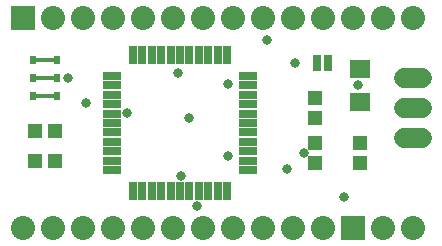
<source format=gts>
G75*
%MOIN*%
%OFA0B0*%
%FSLAX25Y25*%
%IPPOS*%
%LPD*%
%AMOC8*
5,1,8,0,0,1.08239X$1,22.5*
%
%ADD10R,0.06899X0.06112*%
%ADD11R,0.01969X0.03150*%
%ADD12R,0.06299X0.01575*%
%ADD13R,0.06400X0.02600*%
%ADD14R,0.02600X0.06400*%
%ADD15R,0.04931X0.04537*%
%ADD16R,0.04537X0.04931*%
%ADD17R,0.03100X0.05600*%
%ADD18C,0.06600*%
%ADD19R,0.08000X0.08000*%
%ADD20C,0.08000*%
%ADD21C,0.03300*%
D10*
X0118500Y0047988D03*
X0118500Y0059012D03*
D11*
X0017634Y0061906D03*
X0009366Y0061906D03*
X0009366Y0056000D03*
X0017634Y0056000D03*
X0017634Y0050094D03*
X0009366Y0050094D03*
D12*
X0013500Y0050094D03*
X0013500Y0056000D03*
X0013500Y0061906D03*
D13*
X0035900Y0056700D03*
X0035900Y0053600D03*
X0035900Y0050400D03*
X0035900Y0047300D03*
X0035900Y0044100D03*
X0035900Y0041000D03*
X0035900Y0037900D03*
X0035900Y0034700D03*
X0035900Y0031600D03*
X0035900Y0028400D03*
X0035900Y0025300D03*
X0081100Y0025300D03*
X0081100Y0028400D03*
X0081100Y0031600D03*
X0081100Y0034700D03*
X0081100Y0037900D03*
X0081100Y0041000D03*
X0081100Y0044100D03*
X0081100Y0047300D03*
X0081100Y0050400D03*
X0081100Y0053600D03*
X0081100Y0056700D03*
D14*
X0074200Y0063600D03*
X0071100Y0063600D03*
X0067900Y0063600D03*
X0064800Y0063600D03*
X0061600Y0063600D03*
X0058500Y0063600D03*
X0055400Y0063600D03*
X0052200Y0063600D03*
X0049100Y0063600D03*
X0045900Y0063600D03*
X0042800Y0063600D03*
X0042800Y0018400D03*
X0045900Y0018400D03*
X0049100Y0018400D03*
X0052200Y0018400D03*
X0055400Y0018400D03*
X0058500Y0018400D03*
X0061600Y0018400D03*
X0064800Y0018400D03*
X0067900Y0018400D03*
X0071100Y0018400D03*
X0074200Y0018400D03*
D15*
X0016846Y0028500D03*
X0010154Y0028500D03*
X0010154Y0038500D03*
X0016846Y0038500D03*
D16*
X0103500Y0034346D03*
X0103500Y0027654D03*
X0118500Y0027654D03*
X0118500Y0034346D03*
X0103500Y0042654D03*
X0103500Y0049346D03*
D17*
X0104228Y0061000D03*
X0107772Y0061000D03*
D18*
X0133000Y0056000D02*
X0139000Y0056000D01*
X0139000Y0046000D02*
X0133000Y0046000D01*
X0133000Y0036000D02*
X0139000Y0036000D01*
D19*
X0116000Y0006000D03*
X0006000Y0076000D03*
D20*
X0006000Y0006000D03*
X0016000Y0006000D03*
X0026000Y0006000D03*
X0036000Y0006000D03*
X0046000Y0006000D03*
X0056000Y0006000D03*
X0066000Y0006000D03*
X0076000Y0006000D03*
X0086000Y0006000D03*
X0096000Y0006000D03*
X0106000Y0006000D03*
X0126000Y0006000D03*
X0136000Y0006000D03*
X0136000Y0076000D03*
X0126000Y0076000D03*
X0116000Y0076000D03*
X0106000Y0076000D03*
X0096000Y0076000D03*
X0086000Y0076000D03*
X0076000Y0076000D03*
X0066000Y0076000D03*
X0056000Y0076000D03*
X0046000Y0076000D03*
X0036000Y0076000D03*
X0026000Y0076000D03*
X0016000Y0076000D03*
D21*
X0021300Y0055950D03*
X0027250Y0047550D03*
X0040900Y0044400D03*
X0061550Y0042650D03*
X0074500Y0054200D03*
X0057700Y0057700D03*
X0087450Y0068550D03*
X0096900Y0061200D03*
X0117900Y0053850D03*
X0099700Y0031100D03*
X0094100Y0025850D03*
X0074500Y0030050D03*
X0058750Y0023400D03*
X0064000Y0013250D03*
X0113000Y0016400D03*
M02*

</source>
